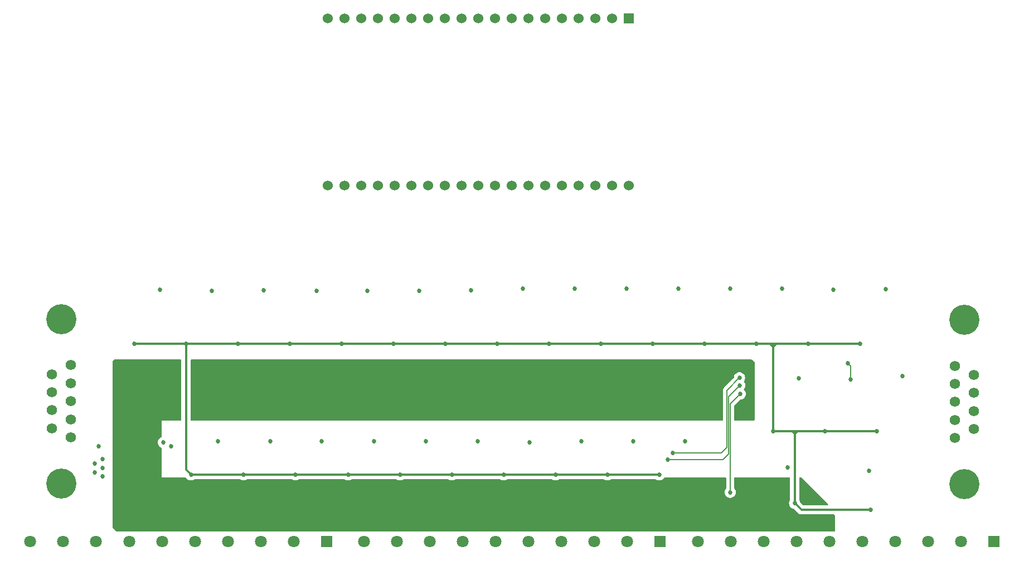
<source format=gbr>
%TF.GenerationSoftware,KiCad,Pcbnew,7.0.2-0*%
%TF.CreationDate,2023-04-24T01:17:17+03:00*%
%TF.ProjectId,PLC-CIM,504c432d-4349-44d2-9e6b-696361645f70,rev?*%
%TF.SameCoordinates,Original*%
%TF.FileFunction,Copper,L2,Inr*%
%TF.FilePolarity,Positive*%
%FSLAX46Y46*%
G04 Gerber Fmt 4.6, Leading zero omitted, Abs format (unit mm)*
G04 Created by KiCad (PCBNEW 7.0.2-0) date 2023-04-24 01:17:17*
%MOMM*%
%LPD*%
G01*
G04 APERTURE LIST*
%TA.AperFunction,ComponentPad*%
%ADD10C,4.575000*%
%TD*%
%TA.AperFunction,ComponentPad*%
%ADD11C,1.560000*%
%TD*%
%TA.AperFunction,ComponentPad*%
%ADD12R,1.800000X1.800000*%
%TD*%
%TA.AperFunction,ComponentPad*%
%ADD13C,1.800000*%
%TD*%
%TA.AperFunction,ComponentPad*%
%ADD14R,1.530000X1.530000*%
%TD*%
%TA.AperFunction,ComponentPad*%
%ADD15C,1.530000*%
%TD*%
%TA.AperFunction,ViaPad*%
%ADD16C,0.685800*%
%TD*%
%TA.AperFunction,Conductor*%
%ADD17C,0.127000*%
%TD*%
%TA.AperFunction,Conductor*%
%ADD18C,0.350000*%
%TD*%
G04 APERTURE END LIST*
D10*
%TO.N,GND*%
%TO.C,J8*%
X79860000Y-90610000D03*
X79860000Y-115600000D03*
D11*
%TO.N,unconnected-(J8-Pad9)*%
X78440000Y-98995000D03*
%TO.N,unconnected-(J8-Pad8)*%
X78440000Y-101735000D03*
%TO.N,unconnected-(J8-Pad7)*%
X78440000Y-104475000D03*
%TO.N,unconnected-(J8-Pad6)*%
X78440000Y-107215000D03*
%TO.N,GND*%
X81280000Y-97625000D03*
%TO.N,unconnected-(J8-Pad4)*%
X81280000Y-100365000D03*
%TO.N,Net-(J10-Pin_2)*%
X81280000Y-103105000D03*
%TO.N,Net-(J9-Pin_2)*%
X81280000Y-105845000D03*
%TO.N,unconnected-(J8-Pad1)*%
X81280000Y-108585000D03*
%TD*%
D12*
%TO.N,OUT_30*%
%TO.C,J3*%
X120170000Y-124460000D03*
D13*
%TO.N,OUT_29*%
X115170000Y-124460000D03*
%TO.N,OUT_28*%
X110170000Y-124460000D03*
%TO.N,OUT_27*%
X105170000Y-124460000D03*
%TO.N,OUT_26*%
X100170000Y-124460000D03*
%TO.N,OUT_25*%
X95170000Y-124460000D03*
%TO.N,OUT_24*%
X90170000Y-124460000D03*
%TO.N,OUT_23*%
X85170000Y-124460000D03*
%TO.N,OUT_22*%
X80170000Y-124460000D03*
%TO.N,OUT_21*%
X75170000Y-124460000D03*
%TD*%
D12*
%TO.N,OUT_20*%
%TO.C,J2*%
X170815000Y-124460000D03*
D13*
%TO.N,OUT_19*%
X165815000Y-124460000D03*
%TO.N,OUT_18*%
X160815000Y-124460000D03*
%TO.N,OUT_17*%
X155815000Y-124460000D03*
%TO.N,OUT_16*%
X150815000Y-124460000D03*
%TO.N,OUT_15*%
X145815000Y-124460000D03*
%TO.N,OUT_14*%
X140815000Y-124460000D03*
%TO.N,OUT_13*%
X135815000Y-124460000D03*
%TO.N,GPIO_12*%
X130815000Y-124460000D03*
%TO.N,GPIO_11*%
X125815000Y-124460000D03*
%TD*%
D14*
%TO.N,+3.3V*%
%TO.C,U1*%
X166046800Y-44925700D03*
D15*
%TO.N,unconnected-(U1-EN-Pad2)*%
X163506800Y-44925700D03*
%TO.N,/I Block 1/I_ACT_1*%
X160966800Y-44925700D03*
%TO.N,/I Block 1/I_ACT_2*%
X158426800Y-44925700D03*
%TO.N,/I Block 1/I_ACT_3*%
X155886800Y-44925700D03*
%TO.N,/I Block 1/I_ACT_4*%
X153346800Y-44925700D03*
%TO.N,/I Block 1/I_ACT_5*%
X150806800Y-44925700D03*
%TO.N,/I Block 1/I_ACT_6*%
X148266800Y-44925700D03*
%TO.N,/I Block 2/I_ACT_1*%
X145726800Y-44925700D03*
%TO.N,/I Block 2/I_ACT_2*%
X143186800Y-44925700D03*
%TO.N,/I Block 2/I_ACT_3*%
X140646800Y-44925700D03*
%TO.N,/I Block 2/I_ACT_4*%
X138106800Y-44925700D03*
%TO.N,/I Block 2/I_ACT_5*%
X135566800Y-44925700D03*
%TO.N,GND*%
X133026800Y-44925700D03*
%TO.N,/I Block 2/I_ACT_6*%
X130486800Y-44925700D03*
%TO.N,unconnected-(U1-SD2-Pad16)*%
X127946800Y-44925700D03*
%TO.N,unconnected-(U1-SD3-Pad17)*%
X125406800Y-44925700D03*
%TO.N,unconnected-(U1-CMD-Pad18)*%
X122866800Y-44925700D03*
%TO.N,unconnected-(U1-EXT_5V-Pad19)*%
X120326800Y-44925700D03*
%TO.N,unconnected-(U1-CLK-Pad20)*%
X120326800Y-70325700D03*
%TO.N,unconnected-(U1-SD0-Pad21)*%
X122866800Y-70325700D03*
%TO.N,unconnected-(U1-SD1-Pad22)*%
X125406800Y-70325700D03*
%TO.N,FORCEON*%
X127946800Y-70325700D03*
%TO.N,CAN_RX*%
X130486800Y-70325700D03*
%TO.N,CAN_TX*%
X133026800Y-70325700D03*
%TO.N,CAN_FAULT*%
X135566800Y-70325700D03*
%TO.N,RX1*%
X138106800Y-70325700D03*
%TO.N,TX1*%
X140646800Y-70325700D03*
%TO.N,FORCEOFF*%
X143186800Y-70325700D03*
%TO.N,ADR_2*%
X145726800Y-70325700D03*
%TO.N,ADR_1*%
X148266800Y-70325700D03*
%TO.N,GND*%
X150806800Y-70325700D03*
%TO.N,SDA*%
X153346800Y-70325700D03*
%TO.N,RX0*%
X155886800Y-70325700D03*
%TO.N,TX0*%
X158426800Y-70325700D03*
%TO.N,SCL*%
X160966800Y-70325700D03*
%TO.N,RS232_STATUS*%
X163506800Y-70325700D03*
%TO.N,GND*%
X166046800Y-70325700D03*
%TD*%
D11*
%TO.N,GND*%
%TO.C,J13*%
X215600000Y-97725000D03*
%TO.N,unconnected-(J13-Pad2)*%
X215600000Y-100465000D03*
%TO.N,Net-(J14-Pin_2)*%
X215600000Y-103205000D03*
%TO.N,unconnected-(J13-Pad4)*%
X215600000Y-105945000D03*
%TO.N,unconnected-(J13-Pad5)*%
X215600000Y-108685000D03*
%TO.N,Net-(J16-Pin_1)*%
X218440000Y-99095000D03*
%TO.N,Net-(J17-Pin_1)*%
X218440000Y-101835000D03*
%TO.N,Net-(J15-Pin_2)*%
X218440000Y-104575000D03*
%TO.N,unconnected-(J13-Pad9)*%
X218440000Y-107315000D03*
D10*
%TO.N,GND*%
X217020000Y-90710000D03*
X217020000Y-115700000D03*
%TD*%
D12*
%TO.N,GPIO_10*%
%TO.C,J1*%
X221535000Y-124460000D03*
D13*
%TO.N,GPIO_9*%
X216535000Y-124460000D03*
%TO.N,GPIO_8*%
X211535000Y-124460000D03*
%TO.N,GPIO_7*%
X206535000Y-124460000D03*
%TO.N,GPIO_6*%
X201535000Y-124460000D03*
%TO.N,GPIO_5*%
X196535000Y-124460000D03*
%TO.N,GPIO_4*%
X191535000Y-124460000D03*
%TO.N,GPIO_3*%
X186535000Y-124460000D03*
%TO.N,GPIO_2*%
X181535000Y-124460000D03*
%TO.N,GPIO_1*%
X176535000Y-124460000D03*
%TD*%
D16*
%TO.N,/O Block 1/O_ACT_5*%
X205130400Y-86055200D03*
%TO.N,/O Block 1/O_ACT_4*%
X197154800Y-86156800D03*
%TO.N,/O Block 1/O_ACT_3*%
X189382400Y-85953600D03*
%TO.N,/O Block 1/O_ACT_2*%
X181457600Y-86004400D03*
%TO.N,/O Block 1/O_ACT_1*%
X173634400Y-86004400D03*
%TO.N,/O Block 5/O_ACT_6*%
X165760400Y-85953600D03*
%TO.N,/O Block 5/O_ACT_5*%
X157886400Y-85953600D03*
%TO.N,/O Block 5/O_ACT_4*%
X150012400Y-85953600D03*
%TO.N,/O Block 5/O_ACT_3*%
X142138400Y-86258400D03*
%TO.N,/O Block 5/O_ACT_2*%
X134264400Y-86309200D03*
%TO.N,/O Block 5/O_ACT_1*%
X126390400Y-86309200D03*
%TO.N,/O Block 4/O_ACT_6*%
X118618000Y-86309200D03*
%TO.N,/O Block 4/O_ACT_5*%
X110642400Y-86207600D03*
%TO.N,/O Block 4/O_ACT_4*%
X102768400Y-86309200D03*
%TO.N,/O Block 4/O_ACT_3*%
X94869000Y-86182200D03*
%TO.N,/O Block 2/O_ACT_3*%
X199796400Y-99771200D03*
X199339200Y-97332800D03*
X182880000Y-99568000D03*
X172720000Y-110998000D03*
%TO.N,/O Block 2/O_ACT_4*%
X207670400Y-99263200D03*
X182930800Y-100685600D03*
X172008800Y-111963200D03*
%TO.N,/O Block 2/O_ACT_3*%
X95402400Y-109372400D03*
%TO.N,/O Block 2/O_ACT_4*%
X96520000Y-109982000D03*
%TO.N,/O Block 2/O_ACT_2*%
X191922400Y-99618800D03*
X182981600Y-102006400D03*
X181457600Y-116941600D03*
X85547200Y-109982000D03*
%TO.N,/O Block 2/O_ACT_1*%
X202590400Y-113639600D03*
%TO.N,/O Block 1/O_ACT_6*%
X190195200Y-113182400D03*
%TO.N,/O Block 1/O_ACT_5*%
X86156800Y-111912400D03*
%TO.N,/O Block 1/O_ACT_4*%
X84988400Y-112572800D03*
%TO.N,/O Block 1/O_ACT_3*%
X86106000Y-113233200D03*
%TO.N,/O Block 1/O_ACT_2*%
X84963000Y-113919000D03*
%TO.N,/O Block 1/O_ACT_1*%
X86106000Y-114554000D03*
%TO.N,/O Block 3/O_ACT_4*%
X143129000Y-109220000D03*
%TO.N,/O Block 3/O_ACT_3*%
X135255000Y-109220000D03*
%TO.N,/O Block 3/O_ACT_2*%
X127381000Y-109220000D03*
%TO.N,/O Block 3/O_ACT_1*%
X119380000Y-109220000D03*
%TO.N,/O Block 2/O_ACT_6*%
X111633000Y-109220000D03*
%TO.N,/O Block 2/O_ACT_5*%
X103632000Y-109220000D03*
%TO.N,/O Block 3/O_ACT_5*%
X151003000Y-109347000D03*
%TO.N,/O Block 3/O_ACT_6*%
X158877000Y-109220000D03*
%TO.N,/O Block 4/O_ACT_1*%
X166751000Y-109220000D03*
%TO.N,/O Block 4/O_ACT_2*%
X174625000Y-109220000D03*
%TO.N,+24V*%
X90932000Y-94361000D03*
X191262000Y-118618000D03*
X202819000Y-119634000D03*
X203708000Y-107696000D03*
X195834000Y-107696000D03*
X187960000Y-107696000D03*
X201168000Y-94361000D03*
X193294000Y-94361000D03*
X185420000Y-94361000D03*
X177546000Y-94361000D03*
X169672000Y-94361000D03*
X161798000Y-94361000D03*
X153924000Y-94361000D03*
X146050000Y-94361000D03*
X138176000Y-94361000D03*
X130302000Y-94361000D03*
X122428000Y-94361000D03*
X114554000Y-94361000D03*
X106680000Y-94361000D03*
X98806000Y-94361000D03*
X170688000Y-114300000D03*
X162814000Y-114300000D03*
X154940000Y-114300000D03*
X147066000Y-114300000D03*
X139192000Y-114300000D03*
X131318000Y-114300000D03*
X123444000Y-114300000D03*
X115443000Y-114300000D03*
X107569000Y-114300000D03*
X99568000Y-114300000D03*
%TD*%
D17*
%TO.N,/O Block 2/O_ACT_3*%
X199796400Y-97790000D02*
X199796400Y-99771200D01*
X199339200Y-97332800D02*
X199796400Y-97790000D01*
X172720000Y-110998000D02*
X180086000Y-110998000D01*
X180086000Y-110998000D02*
X180949600Y-110134400D01*
X180949600Y-110134400D02*
X180949600Y-101447600D01*
X180949600Y-101447600D02*
X182829200Y-99568000D01*
X182829200Y-99568000D02*
X182880000Y-99568000D01*
X182880000Y-99415600D02*
X182880000Y-99415600D01*
X182880000Y-99568000D02*
X182880000Y-99415600D01*
%TO.N,/O Block 2/O_ACT_4*%
X181203600Y-102412800D02*
X182930800Y-100685600D01*
X181203600Y-109524800D02*
X181203600Y-102412800D01*
%TO.N,/O Block 2/O_ACT_2*%
X182981600Y-102006400D02*
X181457600Y-103530400D01*
X181457600Y-103530400D02*
X181457600Y-116941600D01*
%TO.N,/O Block 2/O_ACT_4*%
X181203600Y-111099600D02*
X181203600Y-109524800D01*
X180340000Y-111963200D02*
X181203600Y-111099600D01*
X172008800Y-111963200D02*
X179120800Y-111963200D01*
X179120800Y-111963200D02*
X180340000Y-111963200D01*
D18*
%TO.N,+24V*%
X191262000Y-108458000D02*
X191262000Y-108331000D01*
X191262000Y-108331000D02*
X191262000Y-108077000D01*
X191262000Y-108077000D02*
X191643000Y-107696000D01*
X191262000Y-107696000D02*
X191643000Y-107696000D01*
X191643000Y-107696000D02*
X192151000Y-107696000D01*
X187960000Y-107696000D02*
X190881000Y-107696000D01*
X190881000Y-107696000D02*
X191262000Y-107696000D01*
X191262000Y-108077000D02*
X190881000Y-107696000D01*
X191262000Y-118618000D02*
X191262000Y-108458000D01*
X192151000Y-107696000D02*
X203708000Y-107696000D01*
X191262000Y-108458000D02*
X191262000Y-107696000D01*
X202819000Y-119634000D02*
X192278000Y-119634000D01*
X192278000Y-119634000D02*
X191262000Y-118618000D01*
X187452000Y-94361000D02*
X187833000Y-94361000D01*
X187833000Y-94361000D02*
X188722000Y-94361000D01*
X187960000Y-94869000D02*
X187960000Y-94488000D01*
X187960000Y-94488000D02*
X187833000Y-94361000D01*
X188468000Y-94361000D02*
X188722000Y-94361000D01*
X188722000Y-94361000D02*
X201168000Y-94361000D01*
X187960000Y-94869000D02*
X188468000Y-94361000D01*
X90932000Y-94361000D02*
X187452000Y-94361000D01*
X187960000Y-107696000D02*
X187960000Y-94869000D01*
X187960000Y-94869000D02*
X187452000Y-94361000D01*
X98806000Y-94361000D02*
X98806000Y-113538000D01*
X98806000Y-113538000D02*
X99568000Y-114300000D01*
X99568000Y-114300000D02*
X170688000Y-114300000D01*
%TD*%
%TA.AperFunction,Conductor*%
%TO.N,GND*%
G36*
X98065539Y-96793685D02*
G01*
X98111294Y-96846489D01*
X98122500Y-96898000D01*
X98122500Y-105921000D01*
X98102815Y-105988039D01*
X98050011Y-106033794D01*
X97998500Y-106045000D01*
X95123000Y-106045000D01*
X95123000Y-108484296D01*
X95103315Y-108551335D01*
X95050511Y-108597090D01*
X95049435Y-108597576D01*
X94974355Y-108631003D01*
X94829563Y-108736202D01*
X94709808Y-108869203D01*
X94620322Y-109024196D01*
X94565018Y-109194407D01*
X94546310Y-109372399D01*
X94565018Y-109550392D01*
X94620322Y-109720603D01*
X94709808Y-109875596D01*
X94709809Y-109875597D01*
X94829564Y-110008599D01*
X94974355Y-110113796D01*
X95049436Y-110147224D01*
X95102672Y-110192473D01*
X95122994Y-110259322D01*
X95123000Y-110260503D01*
X95123000Y-114681000D01*
X98733267Y-114681000D01*
X98800306Y-114700685D01*
X98840654Y-114743000D01*
X98875408Y-114803197D01*
X98995162Y-114936197D01*
X98995164Y-114936199D01*
X99139955Y-115041396D01*
X99271170Y-115099816D01*
X99303456Y-115114191D01*
X99478512Y-115151400D01*
X99478514Y-115151400D01*
X99657488Y-115151400D01*
X99832543Y-115114191D01*
X99832544Y-115114190D01*
X99832546Y-115114190D01*
X99996045Y-115041396D01*
X100043136Y-115007182D01*
X100108943Y-114983702D01*
X100116022Y-114983500D01*
X107020978Y-114983500D01*
X107088017Y-115003185D01*
X107093863Y-115007182D01*
X107140953Y-115041395D01*
X107304456Y-115114191D01*
X107479512Y-115151400D01*
X107479514Y-115151400D01*
X107658488Y-115151400D01*
X107833543Y-115114191D01*
X107833544Y-115114190D01*
X107833546Y-115114190D01*
X107997045Y-115041396D01*
X108044136Y-115007182D01*
X108109943Y-114983702D01*
X108117022Y-114983500D01*
X114894978Y-114983500D01*
X114962017Y-115003185D01*
X114967863Y-115007182D01*
X115014953Y-115041395D01*
X115178456Y-115114191D01*
X115353512Y-115151400D01*
X115353514Y-115151400D01*
X115532488Y-115151400D01*
X115707543Y-115114191D01*
X115707544Y-115114190D01*
X115707546Y-115114190D01*
X115871045Y-115041396D01*
X115918136Y-115007182D01*
X115983943Y-114983702D01*
X115991022Y-114983500D01*
X122895978Y-114983500D01*
X122963017Y-115003185D01*
X122968863Y-115007182D01*
X123015953Y-115041395D01*
X123179456Y-115114191D01*
X123354512Y-115151400D01*
X123354514Y-115151400D01*
X123533488Y-115151400D01*
X123708543Y-115114191D01*
X123708544Y-115114190D01*
X123708546Y-115114190D01*
X123872045Y-115041396D01*
X123919136Y-115007182D01*
X123984943Y-114983702D01*
X123992022Y-114983500D01*
X130769978Y-114983500D01*
X130837017Y-115003185D01*
X130842863Y-115007182D01*
X130889953Y-115041395D01*
X131053456Y-115114191D01*
X131228512Y-115151400D01*
X131228514Y-115151400D01*
X131407488Y-115151400D01*
X131582543Y-115114191D01*
X131582544Y-115114190D01*
X131582546Y-115114190D01*
X131746045Y-115041396D01*
X131793136Y-115007182D01*
X131858943Y-114983702D01*
X131866022Y-114983500D01*
X138643978Y-114983500D01*
X138711017Y-115003185D01*
X138716863Y-115007182D01*
X138763953Y-115041395D01*
X138927456Y-115114191D01*
X139102512Y-115151400D01*
X139102514Y-115151400D01*
X139281488Y-115151400D01*
X139456543Y-115114191D01*
X139456544Y-115114190D01*
X139456546Y-115114190D01*
X139620045Y-115041396D01*
X139667136Y-115007182D01*
X139732943Y-114983702D01*
X139740022Y-114983500D01*
X146517978Y-114983500D01*
X146585017Y-115003185D01*
X146590863Y-115007182D01*
X146637953Y-115041395D01*
X146801456Y-115114191D01*
X146976512Y-115151400D01*
X146976514Y-115151400D01*
X147155488Y-115151400D01*
X147330543Y-115114191D01*
X147330544Y-115114190D01*
X147330546Y-115114190D01*
X147494045Y-115041396D01*
X147541136Y-115007182D01*
X147606943Y-114983702D01*
X147614022Y-114983500D01*
X154391978Y-114983500D01*
X154459017Y-115003185D01*
X154464863Y-115007182D01*
X154511953Y-115041395D01*
X154675456Y-115114191D01*
X154850512Y-115151400D01*
X154850514Y-115151400D01*
X155029488Y-115151400D01*
X155204543Y-115114191D01*
X155204544Y-115114190D01*
X155204546Y-115114190D01*
X155368045Y-115041396D01*
X155415136Y-115007182D01*
X155480943Y-114983702D01*
X155488022Y-114983500D01*
X162265978Y-114983500D01*
X162333017Y-115003185D01*
X162338863Y-115007182D01*
X162385953Y-115041395D01*
X162549456Y-115114191D01*
X162724512Y-115151400D01*
X162724514Y-115151400D01*
X162903488Y-115151400D01*
X163078543Y-115114191D01*
X163078544Y-115114190D01*
X163078546Y-115114190D01*
X163242045Y-115041396D01*
X163289136Y-115007182D01*
X163354943Y-114983702D01*
X163362022Y-114983500D01*
X170139978Y-114983500D01*
X170207017Y-115003185D01*
X170212863Y-115007182D01*
X170259953Y-115041395D01*
X170423456Y-115114191D01*
X170598512Y-115151400D01*
X170598514Y-115151400D01*
X170777488Y-115151400D01*
X170952543Y-115114191D01*
X170952544Y-115114190D01*
X170952546Y-115114190D01*
X171116045Y-115041396D01*
X171260836Y-114936199D01*
X171380591Y-114803197D01*
X171415345Y-114743000D01*
X171465913Y-114694785D01*
X171522733Y-114681000D01*
X180761600Y-114681000D01*
X180828639Y-114700685D01*
X180874394Y-114753489D01*
X180885600Y-114805000D01*
X180885600Y-116256873D01*
X180865915Y-116323912D01*
X180853750Y-116339845D01*
X180765008Y-116438402D01*
X180675522Y-116593396D01*
X180620218Y-116763607D01*
X180601510Y-116941599D01*
X180620218Y-117119592D01*
X180675522Y-117289803D01*
X180765008Y-117444796D01*
X180765009Y-117444797D01*
X180884764Y-117577799D01*
X181029555Y-117682996D01*
X181160770Y-117741416D01*
X181193056Y-117755791D01*
X181368112Y-117793000D01*
X181368114Y-117793000D01*
X181547088Y-117793000D01*
X181722143Y-117755791D01*
X181722144Y-117755790D01*
X181722146Y-117755790D01*
X181885645Y-117682996D01*
X182030436Y-117577799D01*
X182150191Y-117444797D01*
X182239677Y-117289803D01*
X182294982Y-117119591D01*
X182313690Y-116941600D01*
X182294982Y-116763609D01*
X182239677Y-116593397D01*
X182239677Y-116593396D01*
X182150191Y-116438402D01*
X182061450Y-116339845D01*
X182031220Y-116276853D01*
X182029600Y-116256873D01*
X182029600Y-114805000D01*
X182049285Y-114737961D01*
X182102089Y-114692206D01*
X182153600Y-114681000D01*
X190454499Y-114681000D01*
X190521538Y-114700685D01*
X190567293Y-114753489D01*
X190578499Y-114805000D01*
X190578499Y-118065831D01*
X190561886Y-118127831D01*
X190479922Y-118269796D01*
X190424618Y-118440007D01*
X190405910Y-118618000D01*
X190424618Y-118795992D01*
X190479922Y-118966203D01*
X190569408Y-119121196D01*
X190569409Y-119121197D01*
X190689164Y-119254199D01*
X190833955Y-119359396D01*
X190997454Y-119432190D01*
X191103912Y-119454817D01*
X191165392Y-119488008D01*
X191165811Y-119488426D01*
X191777438Y-120100053D01*
X191782572Y-120105507D01*
X191821425Y-120149364D01*
X191869643Y-120182646D01*
X191875675Y-120187085D01*
X191921800Y-120223221D01*
X191921803Y-120223223D01*
X191930571Y-120227169D01*
X191950118Y-120238194D01*
X191958028Y-120243654D01*
X191990765Y-120256069D01*
X192012815Y-120264431D01*
X192019731Y-120267295D01*
X192073163Y-120291344D01*
X192082621Y-120293077D01*
X192104233Y-120299102D01*
X192113226Y-120302513D01*
X192171410Y-120309577D01*
X192178786Y-120310700D01*
X192205965Y-120315681D01*
X192236426Y-120321264D01*
X192236427Y-120321263D01*
X192236428Y-120321264D01*
X192294916Y-120317726D01*
X192302404Y-120317500D01*
X197234000Y-120317500D01*
X197301039Y-120337185D01*
X197346794Y-120389989D01*
X197358000Y-120441500D01*
X197358000Y-122812000D01*
X197338315Y-122879039D01*
X197285511Y-122924794D01*
X197234000Y-122936000D01*
X88316362Y-122936000D01*
X88249323Y-122916315D01*
X88228681Y-122899681D01*
X87666319Y-122337319D01*
X87632834Y-122275996D01*
X87630000Y-122249638D01*
X87630000Y-97079362D01*
X87649685Y-97012323D01*
X87666319Y-96991681D01*
X87847681Y-96810319D01*
X87909004Y-96776834D01*
X87935362Y-96774000D01*
X97998500Y-96774000D01*
X98065539Y-96793685D01*
G37*
%TD.AperFunction*%
%TA.AperFunction,Conductor*%
G36*
X192293677Y-114700685D02*
G01*
X192314319Y-114717319D01*
X196335819Y-118738819D01*
X196369304Y-118800142D01*
X196364320Y-118869834D01*
X196322448Y-118925767D01*
X196256984Y-118950184D01*
X196248138Y-118950500D01*
X192612477Y-118950500D01*
X192545438Y-118930815D01*
X192524796Y-118914181D01*
X192136158Y-118525543D01*
X192102673Y-118464220D01*
X192100518Y-118450819D01*
X192099382Y-118440008D01*
X192044077Y-118269796D01*
X191962113Y-118127831D01*
X191945500Y-118065831D01*
X191945500Y-114805000D01*
X191965185Y-114737961D01*
X192017989Y-114692206D01*
X192069500Y-114681000D01*
X192226638Y-114681000D01*
X192293677Y-114700685D01*
G37*
%TD.AperFunction*%
%TA.AperFunction,Conductor*%
G36*
X184800677Y-96793685D02*
G01*
X184821319Y-96810319D01*
X185129681Y-97118681D01*
X185163166Y-97180004D01*
X185166000Y-97206362D01*
X185166000Y-105921000D01*
X185146315Y-105988039D01*
X185093511Y-106033794D01*
X185042000Y-106045000D01*
X182153600Y-106045000D01*
X182086561Y-106025315D01*
X182040806Y-105972511D01*
X182029600Y-105921000D01*
X182029600Y-103818692D01*
X182049285Y-103751653D01*
X182065919Y-103731011D01*
X182902812Y-102894119D01*
X182964135Y-102860634D01*
X182990493Y-102857800D01*
X183071088Y-102857800D01*
X183246143Y-102820591D01*
X183246144Y-102820590D01*
X183246146Y-102820590D01*
X183409645Y-102747796D01*
X183554436Y-102642599D01*
X183674191Y-102509597D01*
X183763677Y-102354603D01*
X183818982Y-102184391D01*
X183837690Y-102006400D01*
X183818982Y-101828409D01*
X183763677Y-101658197D01*
X183763677Y-101658196D01*
X183674191Y-101503202D01*
X183581953Y-101400762D01*
X183551723Y-101337771D01*
X183560348Y-101268436D01*
X183581952Y-101234819D01*
X183623391Y-101188797D01*
X183712877Y-101033803D01*
X183768182Y-100863591D01*
X183786890Y-100685600D01*
X183768182Y-100507609D01*
X183712877Y-100337397D01*
X183712877Y-100337396D01*
X183623391Y-100182402D01*
X183613600Y-100171528D01*
X183583371Y-100108536D01*
X183591997Y-100039201D01*
X183598364Y-100026557D01*
X183662077Y-99916203D01*
X183700876Y-99796791D01*
X183717382Y-99745991D01*
X183736090Y-99568000D01*
X183717382Y-99390009D01*
X183662077Y-99219797D01*
X183662077Y-99219796D01*
X183572591Y-99064803D01*
X183452837Y-98931802D01*
X183377965Y-98877404D01*
X183308045Y-98826604D01*
X183308043Y-98826603D01*
X183144543Y-98753808D01*
X182969488Y-98716600D01*
X182969486Y-98716600D01*
X182790514Y-98716600D01*
X182790512Y-98716600D01*
X182615456Y-98753808D01*
X182451956Y-98826603D01*
X182307162Y-98931802D01*
X182187408Y-99064803D01*
X182097922Y-99219796D01*
X182042618Y-99390007D01*
X182028927Y-99520263D01*
X182002342Y-99584877D01*
X181993287Y-99594981D01*
X180577390Y-101010878D01*
X180565197Y-101021571D01*
X180541646Y-101039642D01*
X180511399Y-101079061D01*
X180512221Y-101077977D01*
X180453131Y-101154999D01*
X180449959Y-101159132D01*
X180392323Y-101298278D01*
X180377600Y-101410108D01*
X180377600Y-101410114D01*
X180372664Y-101447599D01*
X180376539Y-101477025D01*
X180377600Y-101493211D01*
X180377600Y-105921000D01*
X180357915Y-105988039D01*
X180305111Y-106033794D01*
X180253600Y-106045000D01*
X99613500Y-106045000D01*
X99546461Y-106025315D01*
X99500706Y-105972511D01*
X99489500Y-105921000D01*
X99489500Y-96898000D01*
X99509185Y-96830961D01*
X99561989Y-96785206D01*
X99613500Y-96774000D01*
X184733638Y-96774000D01*
X184800677Y-96793685D01*
G37*
%TD.AperFunction*%
%TD*%
M02*

</source>
